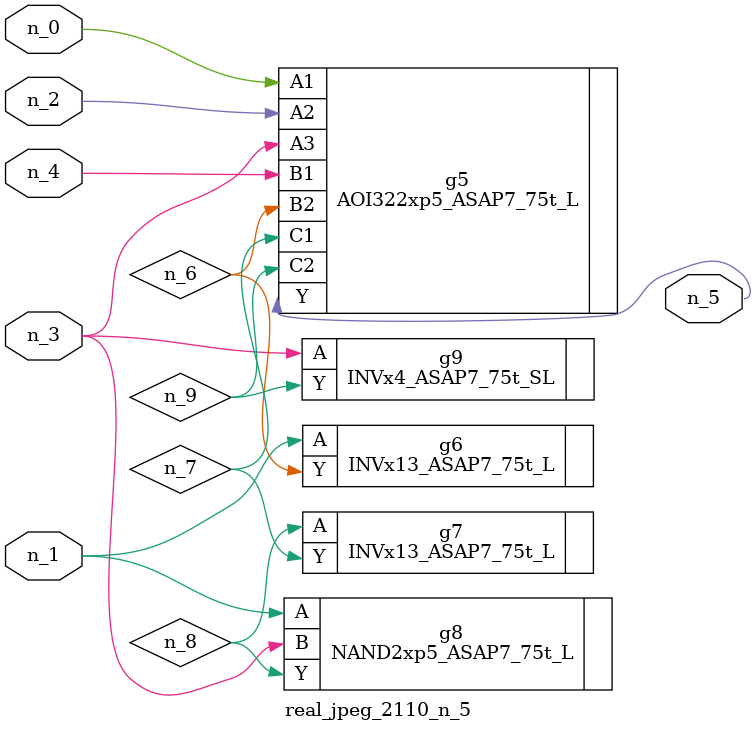
<source format=v>
module real_jpeg_2110_n_5 (n_4, n_0, n_1, n_2, n_3, n_5);

input n_4;
input n_0;
input n_1;
input n_2;
input n_3;

output n_5;

wire n_8;
wire n_6;
wire n_7;
wire n_9;

AOI322xp5_ASAP7_75t_L g5 ( 
.A1(n_0),
.A2(n_2),
.A3(n_3),
.B1(n_4),
.B2(n_6),
.C1(n_7),
.C2(n_9),
.Y(n_5)
);

INVx13_ASAP7_75t_L g6 ( 
.A(n_1),
.Y(n_6)
);

NAND2xp5_ASAP7_75t_L g8 ( 
.A(n_1),
.B(n_3),
.Y(n_8)
);

INVx4_ASAP7_75t_SL g9 ( 
.A(n_3),
.Y(n_9)
);

INVx13_ASAP7_75t_L g7 ( 
.A(n_8),
.Y(n_7)
);


endmodule
</source>
